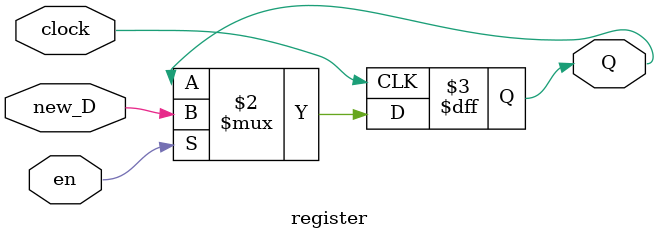
<source format=v>
`timescale 1ns/1ps
module register(
    input new_D, clock, en, 
    output reg Q);

    always @(posedge clock) begin
        Q<= en? new_D : Q;
    end
endmodule
</source>
